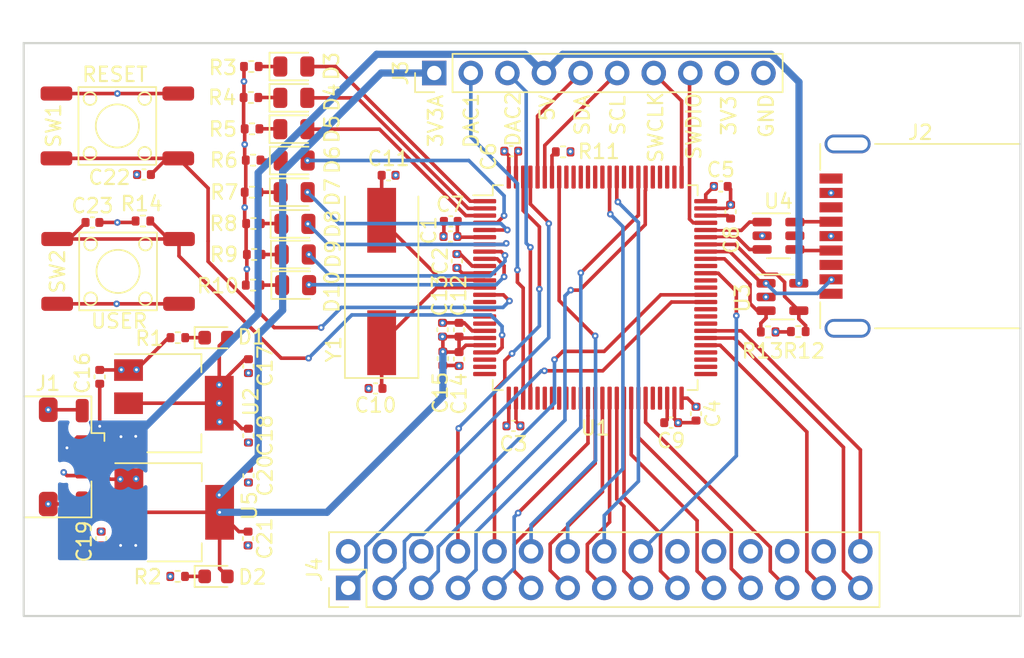
<source format=kicad_pcb>
(kicad_pcb (version 20211014) (generator pcbnew)
  (layers (0 "F.Cu" signal) (1 "In1.Cu" signal) (2 "In2.Cu" mixed) (31 "B.Cu" power) (34 "B.Paste" user) (35 "F.Paste" user) (36 "B.SilkS" user "B.Silkscreen") (37 "F.SilkS" user "F.Silkscreen") (38 "B.Mask" user) (39 "F.Mask" user) (44 "Edge.Cuts" user))
  (net 0 "")
  (net 1 "GND")
  (net 2 "+3V3")
  (net 3 "OSC_IN")
  (net 4 "OSC_OUT")
  (net 5 "+3.3VA")
  (net 6 "+5V")
  (net 7 "NRST")
  (net 8 "BUTTON_USER")
  (net 9 "VCAP2")
  (net 10 "VCAP1")
  (net 11 "Net-(D1-Pad1)")
  (net 12 "Net-(D2-Pad1)")
  (net 13 "Net-(D3-Pad1)")
  (net 14 "LED0")
  (net 15 "Net-(D4-Pad1)")
  (net 16 "LED1")
  (net 17 "Net-(D5-Pad1)")
  (net 18 "LED2")
  (net 19 "Net-(D6-Pad1)")
  (net 20 "LED3")
  (net 21 "Net-(D7-Pad1)")
  (net 22 "LED4")
  (net 23 "Net-(D8-Pad1)")
  (net 24 "LED5")
  (net 25 "Net-(D9-Pad1)")
  (net 26 "LED6")
  (net 27 "Net-(D10-Pad1)")
  (net 28 "LED7")
  (net 32 "USB_FS_VBUS")
  (net 37 "DAC_1")
  (net 38 "DAC_2")
  (net 39 "I2C_SDA")
  (net 40 "I2C_SCL")
  (net 41 "SWCLK")
  (net 42 "SWDIO")
  (net 44 "FMC_DA0")
  (net 45 "FMC_DA1")
  (net 46 "FMC_DA2")
  (net 47 "FMC_NBL0")
  (net 48 "FMC_DA3")
  (net 49 "FMC_NBL1")
  (net 50 "FMC_NE2")
  (net 51 "FMC_DA4")
  (net 52 "FMC_NE1")
  (net 53 "FMC_NOE")
  (net 54 "FMC_NWE")
  (net 55 "FMC_DA5")
  (net 56 "USB_FS_PWR_EN")
  (net 57 "USB_FS_OVCR")
  (net 58 "FMC_NL")
  (net 59 "FMC_DA6")
  (net 60 "FMC_DA7")
  (net 61 "FMC_DA8")
  (net 62 "FMC_DA15")
  (net 63 "FMC_DA9")
  (net 64 "FMC_DA14")
  (net 65 "FMC_DA10")
  (net 67 "FMC_DA13")
  (net 68 "FMC_DA11")
  (net 69 "FMC_DA12")
  (net 70 "Net-(R11-Pad1)")
  (net 91 "FMC_A16")
  (net 92 "FMC_A17")
  (net 96 "FMC_A18")
  (net 104 "USB_FS_N")
  (net 105 "USB_FS_P")
  (net 110 "Net-(J2-Pad2)")
  (net 111 "Net-(J2-Pad3)")
  (footprint "Capacitor_SMD:C_0402_1005Metric" (layer "F.Cu") (at 125.425 86.525)
    (fp_text reference "C6")
    (fp_text value "100n")
  )
  (footprint "Capacitor_SMD:C_0402_1005Metric" (layer "F.Cu") (at 121.8 98.925 90)
    (fp_text reference "C12")
    (fp_text value "10n")
  )
  (footprint "Capacitor_SMD:C_0402_1005Metric" (layer "F.Cu") (at 121.2 92.45 180)
    (fp_text reference "C1")
    (fp_text value "100n")
  )
  (footprint "Resistor_SMD:R_0402_1005Metric" (layer "F.Cu") (at 107.5 87.15 180)
    (fp_text reference "R6")
    (fp_text value "49.9")
  )
  (footprint "Package_QFP:LQFP-100_14x14mm_P0.5mm" (layer "F.Cu") (at 131.25 96)
    (fp_text reference "U1")
    (fp_text value "STM32H750VBTx")
  )
  (footprint "Package_TO_SOT_SMD:SOT-23-5" (layer "F.Cu") (at 144.25 96.65)
    (fp_text reference "U3")
    (fp_text value "STMPS2141STR")
  )
  (footprint "" (layer "F.Cu") (at 156.5 81.9)
    (fp_text reference "")
    (fp_text value "")
  )
  (footprint "Capacitor_SMD:C_0402_1005Metric" (layer "F.Cu") (at 138.25 104.75 -90)
    (fp_text reference "C4")
    (fp_text value "100n")
  )
  (footprint "Capacitor_SMD:C_0402_1005Metric" (layer "F.Cu") (at 116.905 88.2)
    (fp_text reference "C11")
    (fp_text value "10p")
  )
  (footprint "sparkboxBreakout:USB-A-SMD_U231-091N-4BLRA00-S-1" (layer "F.Cu") (at 148.775 92.425 90)
    (fp_text reference "J2")
    (fp_text value "USB3_A")
  )
  (footprint "Capacitor_SMD:C_0402_1005Metric" (layer "F.Cu") (at 116 103 180)
    (fp_text reference "C10")
    (fp_text value "10p")
  )
  (footprint "Connector_PinHeader_2.54mm:PinHeader_2x15_P2.54mm_Vertical" (layer "F.Cu") (at 114.1 116.85 90)
    (fp_text reference "J4")
    (fp_text value "FPGA Connector")
  )
  (footprint "sparkboxBreakout:USB_Micro_Receptacle_ShouHanMicroQTJ" (layer "F.Cu") (at 93.275 107.75 -90)
    (fp_text reference "J1")
    (fp_text value "USB_B_Micro_Receptacle")
  )
  (footprint "LED_SMD:LED_0805_2012Metric" (layer "F.Cu") (at 110.325 80.65)
    (fp_text reference "D3")
    (fp_text value "LED_YELLOW")
  )
  (footprint "LED_SMD:LED_0805_2012Metric" (layer "F.Cu") (at 110.35 89.375)
    (fp_text reference "D7")
    (fp_text value "LED_YELLOW")
  )
  (footprint "Resistor_SMD:R_0402_1005Metric" (layer "F.Cu") (at 107.5 95.825 180)
    (fp_text reference "R10")
    (fp_text value "49.9")
  )
  (footprint "Resistor_SMD:R_0402_1005Metric" (layer "F.Cu") (at 107.425 84.975 180)
    (fp_text reference "R5")
    (fp_text value "49.9")
  )
  (footprint "Capacitor_SMD:C_0402_1005Metric" (layer "F.Cu") (at 107.15 113.42 -90)
    (fp_text reference "C21")
    (fp_text value "100n")
  )
  (footprint "LED_SMD:LED_0805_2012Metric" (layer "F.Cu") (at 110.425 93.7)
    (fp_text reference "D9")
    (fp_text value "LED_YELLOW")
  )
  (footprint "LED_SMD:LED_0805_2012Metric" (layer "F.Cu") (at 110.35 87.175)
    (fp_text reference "D6")
    (fp_text value "LED_YELLOW")
  )
  (footprint "sparkboxBreakout:KEY-SMD_4P-L6.0-W6.0-P4.50-LS9.5-BL" (layer "F.Cu") (at 98.125 94.875 90)
    (fp_text reference "SW2")
    (fp_text value "K2-1102SP-C4SC-04")
  )
  (footprint "LED_SMD:LED_0603_1608Metric" (layer "F.Cu") (at 104.925 99.475)
    (fp_text reference "D1")
    (fp_text value "LED_RED")
  )
  (footprint "Resistor_SMD:R_0402_1005Metric" (layer "F.Cu") (at 102.26 116.05 180)
    (fp_text reference "R2")
    (fp_text value "100")
  )
  (footprint "Package_TO_SOT_SMD:SOT-223-3_TabPin2" (layer "F.Cu") (at 102 104.025)
    (fp_text reference "U2")
    (fp_text value "LMS8117A-3.3")
  )
  (footprint "Crystal:Crystal_SMD_HC49-SD" (layer "F.Cu") (at 116.425 95.575 90)
    (fp_text reference "Y1")
    (fp_text value "X49SM8MSD2SC")
  )
  (footprint "Capacitor_SMD:C_0402_1005Metric" (layer "F.Cu") (at 107.175 109.05 -90)
    (fp_text reference "C20")
    (fp_text value "10u")
  )
  (footprint "LED_SMD:LED_0805_2012Metric" (layer "F.Cu") (at 110.325 82.825)
    (fp_text reference "D4")
    (fp_text value "LED_YELLOW")
  )
  (footprint "Resistor_SMD:R_0402_1005Metric" (layer "F.Cu") (at 129.025 86.575)
    (fp_text reference "R11")
    (fp_text value "10k")
  )
  (footprint "LED_SMD:LED_0805_2012Metric" (layer "F.Cu") (at 110.45 95.825)
    (fp_text reference "D10")
    (fp_text value "LED_YELLOW")
  )
  (footprint "Capacitor_SMD:C_0402_1005Metric" (layer "F.Cu") (at 121.8 100.955 -90)
    (fp_text reference "C14")
    (fp_text value "10n")
  )
  (footprint "Resistor_SMD:R_0402_1005Metric" (layer "F.Cu") (at 102.275 99.475 180)
    (fp_text reference "R1")
    (fp_text value "100")
  )
  (footprint "Capacitor_SMD:C_0402_1005Metric" (layer "F.Cu") (at 121.225 91.4 180)
    (fp_text reference "C7")
    (fp_text value "4.7u")
  )
  (footprint "Resistor_SMD:R_0402_1005Metric" (layer "F.Cu") (at 143.26 99.075 180)
    (fp_text reference "R13")
    (fp_text value "47k")
  )
  (footprint "LED_SMD:LED_0805_2012Metric" (layer "F.Cu") (at 110.4 91.575)
    (fp_text reference "D8")
    (fp_text value "LED_YELLOW")
  )
  (footprint "Resistor_SMD:R_0402_1005Metric" (layer "F.Cu") (at 107.575 93.7 180)
    (fp_text reference "R9")
    (fp_text value "49.9")
  )
  (footprint "Resistor_SMD:R_0402_1005Metric" (layer "F.Cu") (at 107.525 91.55 180)
    (fp_text reference "R8")
    (fp_text value "49.9")
  )
  (footprint "" (layer "F.Cu") (at 156.375 114.6)
    (fp_text reference "")
    (fp_text value "")
  )
  (footprint "Capacitor_SMD:C_0402_1005Metric" (layer "F.Cu") (at 107.175 101.45 -90)
    (fp_text reference "C17")
    (fp_text value "10u")
  )
  (footprint "LED_SMD:LED_0805_2012Metric" (layer "F.Cu") (at 110.325 85)
    (fp_text reference "D5")
    (fp_text value "LED_YELLOW")
  )
  (footprint "Capacitor_SMD:C_0402_1005Metric" (layer "F.Cu") (at 99.925 88.15 180)
    (fp_text reference "C22")
    (fp_text value "100n")
  )
  (footprint "Package_TO_SOT_SMD:SOT-23-6" (layer "F.Cu") (at 143.975 92.4)
    (fp_text reference "U4")
    (fp_text value "USBLC6-2SC6")
  )
  (footprint "Capacitor_SMD:C_0402_1005Metric" (layer "F.Cu") (at 96.85 102.195 90)
    (fp_text reference "C16")
    (fp_text value "10u")
  )
  (footprint "Capacitor_SMD:C_0402_1005Metric" (layer "F.Cu") (at 96.95 113.42 90)
    (fp_text reference "C19")
    (fp_text value "10u")
  )
  (footprint "Capacitor_SMD:C_0402_1005Metric" (layer "F.Cu") (at 96.345 91.475)
    (fp_text reference "C23")
    (fp_text value "100n")
  )
  (footprint "Resistor_SMD:R_0402_1005Metric" (layer "F.Cu") (at 107.425 89.375 180)
    (fp_text reference "R7")
    (fp_text value "49.9")
  )
  (footprint "Capacitor_SMD:C_0402_1005Metric" (layer "F.Cu") (at 120.65 98.925 90)
    (fp_text reference "C13")
    (fp_text value "1u")
  )
  (footprint "sparkboxBreakout:KEY-SMD_4P-L6.0-W6.0-P4.50-LS9.5-BL" (layer "F.Cu") (at 98.075 84.775 90)
    (fp_text reference "SW1")
    (fp_text value "K2-1102SP-C4SC-04")
  )
  (footprint "Package_TO_SOT_SMD:SOT-223-3_TabPin2" (layer "F.Cu") (at 102.025 111.6)
    (fp_text reference "U5")
    (fp_text value "LMS8117A-3.3")
  )
  (footprint "Capacitor_SMD:C_0402_1005Metric" (layer "F.Cu") (at 107.175 106.275 -90)
    (fp_text reference "C18")
    (fp_text value "100n")
  )
  (footprint "Capacitor_SMD:C_0402_1005Metric" (layer "F.Cu") (at 136.525 105.375)
    (fp_text reference "C9")
    (fp_text value "2.2u")
  )
  (footprint "Capacitor_SMD:C_0402_1005Metric" (layer "F.Cu") (at 120.675 100.925 -90)
    (fp_text reference "C15")
    (fp_text value "1u")
  )
  (footprint "Capacitor_SMD:C_0402_1005Metric" (layer "F.Cu") (at 139.97 88.975)
    (fp_text reference "C5")
    (fp_text value "100n")
  )
  (footprint "" (layer "F.Cu") (at 111.65 105.775)
    (fp_text reference "")
    (fp_text value "")
  )
  (footprint "Connector_PinHeader_2.54mm:PinHeader_1x10_P2.54mm_Vertical" (layer "F.Cu") (at 120.075 81.1 90)
    (fp_text reference "J3")
    (fp_text value "TestPoints")
  )
  (footprint "LED_SMD:LED_0603_1608Metric" (layer "F.Cu") (at 104.925 116.05)
    (fp_text reference "D2")
    (fp_text value "LED_RED")
  )
  (footprint "Capacitor_SMD:C_0402_1005Metric" (layer "F.Cu") (at 125.575 105.6 180)
    (fp_text reference "C3")
    (fp_text value "100n")
  )
  (footprint "Capacitor_SMD:C_0402_1005Metric" (layer "F.Cu") (at 140.65 90.725 90)
    (fp_text reference "C8")
    (fp_text value "2.2u")
  )
  (footprint "Resistor_SMD:R_0402_1005Metric" (layer "F.Cu") (at 145.35 99.05)
    (fp_text reference "R12")
    (fp_text value "47k")
  )
  (footprint "Resistor_SMD:R_0402_1005Metric" (layer "F.Cu") (at 107.375 80.65 180)
    (fp_text reference "R3")
    (fp_text value "49.9")
  )
  (footprint "Resistor_SMD:R_0402_1005Metric" (layer "F.Cu") (at 107.35 82.8 180)
    (fp_text reference "R4")
    (fp_text value "49.9")
  )
  (footprint "Capacitor_SMD:C_0402_1005Metric" (layer "F.Cu") (at 121.65 94.15 90)
    (fp_text reference "C2")
    (fp_text value "100n")
  )
  (footprint "Resistor_SMD:R_0402_1005Metric" (layer "F.Cu") (at 99.85 91.375 180)
    (fp_text reference "R14")
    (fp_text value "10k")
  )
  (gr_rect (start 91.575 79.025) (end 160.775 118.8) (layer "Edge.Cuts") (width 0.15) (fill none))
  (gr_text "GND" (at 143.125 84.075 90) (layer "F.SilkS") (effects (font (size 1 1))))
  (gr_text "SCL" (at 132.825 84.05 90) (layer "F.SilkS") (effects (font (size 1 1))))
  (gr_text "SDA" (at 130.35 84.025 90) (layer "F.SilkS") (effects (font (size 1 1))))
  (gr_text "5V" (at 127.925 83.525 90) (layer "F.SilkS") (effects (font (size 1 1))))
  (gr_text "3V3" (at 140.525 84.05 90) (layer "F.SilkS") (effects (font (size 1 1))))
  (gr_text "DAC2" (at 125.55 84.3 90) (layer "F.SilkS") (effects (font (size 1 1))))
  (gr_text "SWCLK" (at 135.45 84.875 90) (layer "F.SilkS") (effects (font (size 1 1))))
  (gr_text "DAC1" (at 122.65 84.4 90) (layer "F.SilkS") (effects (font (size 1 1))))
  (gr_text "USER" (at 98.2 98.325) (layer "F.SilkS") (effects (font (size 1 1))))
  (gr_text "3V3A" (at 120.175 84.425 90) (layer "F.SilkS") (effects (font (size 1 1))))
  (gr_text "RESET" (at 97.9 81.2) (layer "F.SilkS") (effects (font (size 1 1))))
  (gr_text "SWDIO" (at 138.1 84.8 90) (layer "F.SilkS") (effects (font (size 1 1))))
  (segment (start 106.865 82.775) (end 106.84 82.8) (width 0.25) (layer "F.Cu") (net 1))
  (segment (start 125.25 105.445) (end 125.095 105.6) (width 0.25) (layer "F.Cu") (net 1))
  (segment (start 120.655 98.445) (end 120.65 98.45) (width 0.25) (layer "F.Cu") (net 1))
  (segment (start 101.765 99.475) (end 101.625 99.475) (width 0.25) (layer "F.Cu") (net 1))
  (segment (start 121.879994 93.67) (end 121.65 93.67) (width 0.25) (layer "F.Cu") (net 1))
  (segment (start 120.745 92.425) (end 120.72 92.45) (width 0.25) (layer "F.Cu") (net 1))
  (segment (start 122.709994 94.5) (end 121.879994 93.67) (width 0.25) (layer "F.Cu") (net 1))
  (segment (start 121.77 101.405) (end 121.8 101.435) (width 0.25) (layer "F.Cu") (net 1))
  (segment (start 140.395 90.5) (end 140.65 90.245) (width 0.25) (layer "F.Cu") (net 1))
  (segment (start 97.3 109.05) (end 97.55 109.3) (width 0.25) (layer "F.Cu") (net 1))
  (segment (start 122.154994 98.445) (end 121.8 98.445) (width 0.25) (layer "F.Cu") (net 1))
  (segment (start 140.65 90.245) (end 140.65 89.175) (width 0.25) (layer "F.Cu") (net 1))
  (segment (start 106.84 84.9) (end 106.915 84.975) (width 0.25) (layer "F.Cu") (net 1))
  (segment (start 106.99 87.15) (end 106.99 89.3) (width 0.25) (layer "F.Cu") (net 1))
  (segment (start 136.75 103.675) (end 136.75 105.12) (width 0.25) (layer "F.Cu") (net 1))
  (segment (start 106.915 87.075) (end 106.99 87.15) (width 0.25) (layer "F.Cu") (net 1))
  (segment (start 98.335 101.715) (end 98.35 101.7) (width 0.25) (layer "F.Cu") (net 1))
  (segment (start 125.75 88.325) (end 125.75 86.68) (width 0.25) (layer "F.Cu") (net 1))
  (segment (start 123.575 94.5) (end 122.709994 94.5) (width 0.25) (layer "F.Cu") (net 1))
  (segment (start 98.075 82.525) (end 102.305 82.525) (width 0.25) (layer "F.Cu") (net 1))
  (segment (start 97.3 109.05) (end 96.11 109.05) (width 0.25) (layer "F.Cu") (net 1))
  (segment (start 106.915 89.375) (end 106.915 90.435) (width 0.25) (layer "F.Cu") (net 1))
  (segment (start 120.675 101.405) (end 121.77 101.405) (width 0.25) (layer "F.Cu") (net 1))
  (segment (start 122.709994 99) (end 122.154994 98.445) (width 0.25) (layer "F.Cu") (net 1))
  (segment (start 107.015 93.65) (end 107.065 93.7) (width 0.25) (layer "F.Cu") (net 1))
  (segment (start 93.845 82.525) (end 98.075 82.525) (width 0.25) (layer "F.Cu") (net 1))
  (segment (start 106.865 81.685) (end 106.865 82.775) (width 0.25) (layer "F.Cu") (net 1))
  (segment (start 140.65 89.175) (end 140.45 88.975) (width 0.25) (layer "F.Cu") (net 1))
  (segment (start 136.75 105.12) (end 137.005 105.375) (width 0.25) (layer "F.Cu") (net 1))
  (segment (start 138.105 105.375) (end 138.25 105.23) (width 0.25) (layer "F.Cu") (net 1))
  (segment (start 93.275 111.02) (end 95.575 111.02) (width 0.25) (layer "F.Cu") (net 1))
  (segment (start 107.065 95.75) (end 106.99 95.825) (width 0.25) (layer "F.Cu") (net 1))
  (segment (start 137.005 105.375) (end 138.105 105.375) (width 0.25) (layer "F.Cu") (net 1))
  (segment (start 94.35 108.825) (end 94.575 109.05) (width 0.25) (layer "F.Cu") (net 1))
  (segment (start 98.275 109.3) (end 98.875 109.3) (width 0.25) (layer "F.Cu") (net 1))
  (segment (start 93.275 104.48) (end 95.575 104.48) (width 0.25) (layer "F.Cu") (net 1))
  (segment (start 107.065 93.7) (end 107.065 94.71) (width 0.25) (layer "F.Cu") (net 1))
  (segment (start 107.015 91.55) (end 107.015 93.65) (width 0.25) (layer "F.Cu") (net 1))
  (segment (start 106.865 80.65) (end 106.865 81.685) (width 0.25) (layer "F.Cu") (net 1))
  (segment (start 101.625 99.475) (end 99.4 101.7) (width 0.25) (layer "F.Cu") (net 1))
  (segment (start 125.75 86.68) (end 125.905 86.525) (width 0.25) (layer "F.Cu") (net 1))
  (segment (start 96.825 91.475) (end 98.075 91.475) (width 0.25) (layer "F.Cu") (net 1))
  (segment (start 95.575 104.48) (end 95.635 104.54) (width 0.25) (layer "F.Cu") (net 1))
  (segment (start 106.915 91.45) (end 107.015 91.55) (width 0.25) (layer "F.Cu") (net 1))
  (segment (start 121.8 98.445) (end 120.655 98.445) (width 0.25) (layer "F.Cu") (net 1))
  (segment (start 106.915 84.975) (end 106.915 86.06) (width 0.25) (layer "F.Cu") (net 1))
  (segment (start 106.915 86.06) (end 106.915 87.075) (width 0.25) (layer "F.Cu") (net 1))
  (segment (start 99.24 91.475) (end 99.34 91.375) (width 0.25) (layer "F.Cu") (net 1))
  (segment (start 125.25 103.675) (end 125.25 105.445) (width 0.25) (layer "F.Cu") (net 1))
  (segment (start 138.925 90.5) (end 140.395 90.5) (width 0.25) (layer "F.Cu") (net 1))
  (segment (start 120.745 91.4) (end 120.745 92.425) (width 0.25) (layer "F.Cu") (net 1))
  (segment (start 106.915 90.435) (end 106.915 91.45) (width 0.25) (layer "F.Cu") (net 1))
  (segment (start 96.85 101.715) (end 98.335 101.715) (width 0.25) (layer "F.Cu") (net 1))
  (segment (start 98.075 91.475) (end 99.24 91.475) (width 0.25) (layer "F.Cu") (net 1))
  (segment (start 95.575 111.02) (end 95.635 110.96) (width 0.25) (layer "F.Cu") (net 1))
  (segment (start 106.84 82.8) (end 106.84 84.9) (width 0.25) (layer "F.Cu") (net 1))
  (segment (start 107.065 94.71) (end 107.065 95.75) (width 0.25) (layer "F.Cu") (net 1))
  (segment (start 97.55 109.3) (end 98.275 109.3) (width 0.25) (layer "F.Cu") (net 1))
  (segment (start 106.99 89.3) (end 106.915 89.375) (width 0.25) (layer "F.Cu") (net 1))
  (segment (start 94.575 109.05) (end 96.11 109.05) (width 0.25) (layer "F.Cu") (net 1))
  (segment (start 123.575 99) (end 122.709994 99) (width 0.25) (layer "F.Cu") (net 1))
  (via (at 143.1 96.65) (size 0.46) (drill 0.2) (layers "F.Cu" "B.Cu") (net 1))
  (via (at 125.095 105.6) (size 0.46) (drill 0.2) (layers "F.Cu" "B.Cu") (net 1))
  (via (at 115.525 103) (size 0.46) (drill 0.2) (layers "F.Cu" "B.Cu") (net 1))
  (via (at 142.85 92.4) (size 0.46) (drill 0.2) (layers "F.Cu" "B.Cu") (net 1))
  (via (at 120.65 98.45) (size 0.46) (drill 0.2) (layers "F.Cu" "B.Cu") (net 1))
  (via (at 125.905 86.525) (size 0.46) (drill 0.2) (layers "F.Cu" "B.Cu") (net 1))
  (via (at 117.4 88.2) (size 0.46) (drill 0.2) (layers "F.Cu" "B.Cu") (net 1))
  (via (at 98.075 91.475) (size 0.46) (drill 0.2) (layers "F.Cu" "B.Cu") (net 1))
  (via (at 93.275 104.48) (size 0.46) (drill 0.2) (layers "F.Cu" "B.Cu") (net 1))
  (via (at 129.525 86.55) (size 0.46) (drill 0.2) (layers "F.Cu" "B.Cu") (net 1))
  (via (at 99.375 109.275) (size 0.46) (drill 0.2) (layers "F.Cu" "B.Cu") (net 1))
  (via (at 121.8 101.435) (size 0.46) (drill 0.2) (layers "F.Cu" "B.Cu") (net 1))
  (via (at 147.625 89.425) (size 0.46) (drill 0.2) (layers "F.Cu" "B.Cu") (net 1))
  (via (at 106.915 86.06) (size 0.46) (drill 0.2) (layers "F.Cu" "B.Cu") (net 1))
  (via (at 107.15 113.9) (size 0.46) (drill 0.2) (layers "F.Cu" "B.Cu") (net 1))
  (via (at 93.275 111.02) (size 0.46) (drill 0.2) (layers "F.Cu" "B.Cu") (net 1))
  (via (at 106.865 81.685) (size 0.46) (drill 0.2) (layers "F.Cu" "B.Cu") (net 1))
  (via (at 107.175 101.925) (size 0.46) (drill 0.2) (layers "F.Cu" "B.Cu") (net 1))
  (via (at 94.35 108.825) (size 0.46) (drill 0.2) (layers "F.Cu" "B.Cu") (net 1))
  (via (at 140.65 90.245) (size 0.46) (drill 0.2) (layers "F.Cu" "B.Cu") (net 1))
  (via (at 98.35 101.7) (size 0.46) (drill 0.2) (layers "F.Cu" "B.Cu") (net 1))
  (via (at 107.065 94.71) (size 0.46) (drill 0.2) (layers "F.Cu" "B.Cu") (net 1))
  (via (at 137.005 105.375) (size 0.46) (drill 0.2) (layers "F.Cu" "B.Cu") (net 1))
  (via (at 147.625 92.425) (size 0.46) (drill 0.2) (layers "F.Cu" "B.Cu") (net 1))
  (via (at 98.275 109.3) (size 0.46) (drill 0.2) (layers "F.Cu" "B.Cu") (net 1))
  (via (at 121.65 93.67) (size 0.46) (drill 0.2) (layers "F.Cu" "B.Cu") (net 1))
  (via (at 98.075 82.525) (size 0.46) (drill 0.2) (layers "F.Cu" "B.Cu") (net 1))
  (via (at 120.72 92.45) (size 0.46) (drill 0.2) (layers "F.Cu" "B.Cu") (net 1))
  (via (at 99.425 88.15) (size 0.46) (drill 0.2) (layers "F.Cu" "B.Cu") (net 1))
  (via (at 106.915 90.435) (size 0.46) (drill 0.2) (layers "F.Cu" "B.Cu") (net 1))
  (via (at 101.75 116.05) (size 0.46) (drill 0.2) (layers "F.Cu" "B.Cu") (net 1))
  (via (at 107.175 109.525) (size 0.46) (drill 0.2) (layers "F.Cu" "B.Cu") (net 1))
  (via (at 96.95 112.925) (size 0.46) (drill 0.2) (layers "F.Cu" "B.Cu") (net 1))
  (via (at 99.4 101.7) (size 0.46) (drill 0.2) (layers "F.Cu" "B.Cu") (net 1))
  (via (at 107.175 106.75) (size 0.46) (drill 0.2) (layers "F.Cu" "B.Cu") (net 1))
  (segment (start 121.68 91.425) (end 121.705 91.4) (width 0.25) (layer "F.Cu") (net 2))
  (segment (start 107.175 105.795) (end 106.72 105.795) (width 0.25) (layer "F.Cu") (net 2))
  (segment (start 125.25 86.83) (end 124.945 86.525) (width 0.25) (layer "F.Cu") (net 2))
  (segment (start 98.85 104.025) (end 105.15 104.025) (width 0.25) (layer "F.Cu") (net 2))
  (segment (start 123.575 95) (end 122.02 95) (width 0.25) (layer "F.Cu") (net 2))
  (segment (start 121.73 92.5) (end 121.68 92.45) (width 0.25) (layer "F.Cu") (net 2))
  (segment (start 125.75 103.675) (end 125.75 105.295) (width 0.25) (layer "F.Cu") (net 2))
  (segment (start 125.25 88.325) (end 125.25 86.83) (width 0.25) (layer "F.Cu") (net 2))
  (segment (start 105.15 102.75) (end 106.93 100.97) (width 0.25) (layer "F.Cu") (net 2))
  (segment (start 106.25 105.325) (end 105.175 105.325) (width 0.25) (layer "F.Cu") (net 2))
  (segment (start 121.68 92.45) (end 121.68 91.425) (width 0.25) (layer "F.Cu") (net 2))
  (segment (start 105.15 100.0375) (end 105.15 104.025) (width 0.25) (layer "F.Cu") (net 2))
  (segment (start 138.925 90) (end 138.925 89.54) (width 0.25) (layer "F.Cu") (net 2))
  (segment (start 93.895 97.125) (end 98.025 97.125) (width 0.25) (layer "F.Cu") (net 2))
  (segment (start 106.72 105.795) (end 106.25 105.325) (width 0.25) (layer "F.Cu") (net 2))
  (segment (start 122.02 95) (end 121.65 94.63) (width 0.25) (layer "F.Cu") (net 2))
  (segment (start 144.815 99.075) (end 144.84 99.05) (width 0.25) (layer "F.Cu") (net 2))
  (segment (start 125.75 105.295) (end 126.055 105.6) (width 0.25) (layer "F.Cu") (net 2))
  (segment (start 143.775 99.075) (end 144.815 99.075) (width 0.25) (layer "F.Cu") (net 2))
  (segment (start 106.93 100.97) (end 107.175 100.97) (width 0.25) (layer "F.Cu") (net 2))
  (segment (start 137.25 103.675) (end 137.655 103.675) (width 0.25) (layer "F.Cu") (net 2))
  (segment (start 138.925 89.54) (end 139.49 88.975) (width 0.25) (layer "F.Cu") (net 2))
  (segment (start 123.575 92.5) (end 121.73 92.5) (width 0.25) (layer "F.Cu") (net 2))
  (segment (start 105.7125 99.475) (end 105.15 100.0375) (width 0.25) (layer "F.Cu") (net 2))
  (segment (start 98.025 97.125) (end 102.355 97.125) (width 0.25) (layer "F.Cu") (net 2))
  (segment (start 137.655 103.675) (end 138.25 104.27) (width 0.25) (layer "F.Cu") (net 2))
  (via (at 124.945 86.525) (size 0.46) (drill 0.2) (layers "F.Cu" "B.Cu") (net 2))
  (via (at 139.49 88.975) (size 0.46) (drill 0.2) (layers "F.Cu" "B.Cu") (net 2))
  (via (at 126.055 105.6) (size 0.46) (drill 0.2) (layers "F.Cu" "B.Cu") (net 2))
  (via (at 98.025 97.125) (size 0.46) (drill 0.2) (layers "F.Cu" "B.Cu") (net 2))
  (via (at 121.65 94.63) (size 0.46) (drill 0.2) (layers "F.Cu" "B.Cu") (net 2))
  (via (at 105.15 104.025) (size 0.46) (drill 0.2) (layers "F.Cu" "B.Cu") (net 2))
  (via (at 121.68 92.45) (size 0.46) (drill 0.2) (layers "F.Cu" "B.Cu") (net 2))
  (via (at 143.775 99.075) (size 0.46) (drill 0.2) (layers "F.Cu" "B.Cu") (net 2))
  (via (at 105.15 102.75) (size 0.46) (drill 0.2) (layers "F.Cu" "B.Cu") (net 2))
  (via (at 105.175 105.325) (size 0.46) (drill 0.2) (layers "F.Cu" "B.Cu") (net 2))
  (via (at 138.25 104.27) (size 0.46) (drill 0.2) (layers "F.Cu" "B.Cu") (net 2))
  (segment (start 116.425 91.325) (end 116.425 88.2) (width 0.25) (layer "F.Cu") (net 3))
  (segment (start 123.54952 95.47452) (end 120.57452 95.47452) (width 0.25) (layer "F.Cu") (net 3))
  (segment (start 123.575 95.5) (end 123.54952 95.47452) (width 0.25) (layer "F.Cu") (net 3))
  (segment (start 120.57452 95.47452) (end 116.425 91.325) (width 0.25) (layer "F.Cu") (net 3))
  (segment (start 116.425 99.825) (end 116.425 102.945) (width 0.25) (layer "F.Cu") (net 4))
  (segment (start 116.425 102.945) (end 116.48 103) (width 0.25) (layer "F.Cu") (net 4))
  (segment (start 123.575 96) (end 120.25 96) (width 0.25) (layer "F.Cu") (net 4))
  (segment (start 120.25 96) (end 116.425 99.825) (width 0.25) (layer "F.Cu") (net 4))
  (segment (start 121.8 100.475) (end 120.705 100.475) (width 0.25) (layer "F.Cu") (net 5))
  (segment (start 120.675 99.43) (end 120.65 99.405) (width 0.25) (layer "F.Cu") (net 5))
  (segment (start 106.98 108.57) (end 107.175 108.57) (width 0.25) (layer "F.Cu") (net 5))
  (segment (start 105.7125 116.05) (end 105.175 115.5125) (width 0.25) (layer "F.Cu") (net 5))
  (segment (start 107.15 112.94) (end 106.515 112.94) (width 0.25) (layer "F.Cu") (net 5))
  (segment (start 105.175 115.5125) (end 105.175 111.6) (width 0.25) (layer "F.Cu") (net 5))
  (segment (start 121.8 99.405) (end 121.8 100.475) (width 0.25) (layer "F.Cu") (net 5))
  (segment (start 121.8 99.405) (end 121.895 99.5) (width 0.25) (layer "F.Cu") (net 5))
  (segment (start 120.705 100.475) (end 120.675 100.445) (width 0.25) (layer "F.Cu") (net 5))
  (segment (start 120.65 99.405) (end 121.8 99.405) (width 0.25) (layer "F.Cu") (net 5))
  (segment (start 98.875 111.6) (end 105.175 111.6) (width 0.25) (layer "F.Cu") (net 5))
  (segment (start 122.275 100) (end 121.8 100.475) (width 0.25) (layer "F.Cu") (net 5))
  (segment (start 123.575 100) (end 122.275 100) (width 0.25) (layer "F.Cu") (net 5))
  (segment (start 121.895 99.5) (end 123.575 99.5) (width 0.25) (layer "F.Cu") (net 5))
  (segment (start 105.15 110.4) (end 106.98 108.57) (width 0.25) (layer "F.Cu") (net 5))
  (segment (start 120.675 100.445) (end 120.675 99.43) (width 0.25) (layer "F.Cu") (net 5))
  (segment (start 106.515 112.94) (end 105.175 111.6) (width 0.25) (layer "F.Cu") (net 5))
  (via (at 120.675 100.445) (size 0.46) (drill 0.2) (layers "F.Cu" "B.Cu") (net 5))
  (via (at 105.15 110.4) (size 0.46) (drill 0.2) (layers "F.Cu" "B.Cu") (net 5))
  (via (at 120.65 99.405) (size 0.46) (drill 0.2) (layers "F.Cu" "B.Cu") (net 5))
  (via (at 105.175 111.6) (size 0.46) (drill 0.2) (layers "F.Cu" "B.Cu") (net 5))
  (segment (start 120.675 103.55) (end 120.675 100.445) (width 0.5) (layer "B.Cu") (net 5))
  (segment (start 120.62 99.405) (end 120.65 99.405) (width 0.5) (layer "B.Cu") (net 5))
  (segment (start 109.55 87.939025) (end 116.389025 81.1) (width 0.5) (layer "B.Cu") (net 5))
  (segment (start 112.625 111.6) (end 120.675 103.55) (width 0.5) (layer "B.Cu") (net 5))
  (segment (start 105.175 111.6) (end 112.625 111.6) (width 0.5) (layer "B.Cu") (net 5))
  (segment (start 116.389025 81.1) (end 120.075 81.1) (width 0.5) (layer "B.Cu") (net 5))
  (segment (start 105.15 110.4) (end 107.854511 107.695489) (width 0.5) (layer "B.Cu") (net 5))
  (segment (start 107.854511 107.695489) (end 107.854511 99.270489) (width 0.5) (layer "B.Cu") (net 5))
  (segment (start 109.55 97.575) (end 109.55 87.939025) (width 0.5) (layer "B.Cu") (net 5))
  (segment (start 107.854511 99.270489) (end 109.55 97.575) (width 0.5) (layer "B.Cu") (net 5))
  (segment (start 98.325 106.35) (end 98.35 106.325) (width 0.25) (layer "F.Cu") (net 6))
  (segment (start 95.234639 106.45) (end 96.11 106.45) (width 0.25) (layer "F.Cu") (net 6))
  (segment (start 94.575 107.125) (end 94.575 107.109639) (width 0.25) (layer "F.Cu") (net 6))
  (segment (start 94.575 107.109639) (end 95.234639 106.45) (width 0.25) (layer "F.Cu") (net 6))
  (segment (start 98.225 106.45) (end 96.11 106.45) (width 0.25) (layer "F.Cu") (net 6))
  (segment (start 98.325 106.35) (end 98.225 106.45) (width 0.25) (layer "F.Cu") (net 6))
  (segment (start 96.95 113.9) (end 98.3 113.9) (width 0.25) (layer "F.Cu") (net 6))
  (segment (start 98.3 113.9) (end 98.875 113.9) (width 0.25) (layer "F.Cu") (net 6))
  (segment (start 96.85 105.625) (end 96.85 102.675) (width 0.25) (layer "F.Cu") (net 6))
  (segment (start 98.35 106.325) (end 98.85 106.325) (width 0.25) (layer "F.Cu") (net 6))
  (via (at 145.4 95.7) (size 0.46) (drill 0.2) (layers "F.Cu" "B.Cu") (net 6))
  (via (at 94.575 107.125) (size 0.46) (drill 0.2) (layers "F.Cu" "B.Cu") (net 6))
  (via (at 99.35 106.325) (size 0.46) (drill 0.2) (layers "F.Cu" "B.Cu") (net 6))
  (via (at 98.325 106.35) (size 0.46) (drill 0.2) (layers "F.Cu" "B.Cu") (net 6))
  (via (at 98.3 113.9) (size 0.46) (drill 0.2) (layers "F.Cu" "B.Cu") (net 6))
  (via (at 96.85 105.625) (size 0.46) (drill 0.2) (layers "F.Cu" "B.Cu") (net 6))
  (via (at 99.35 113.9) (size 0.46) (drill 0.2) (layers "F.Cu" "B.Cu") (net 6))
  (segment (start 107.85 97.825) (end 107.85 88.025) (width 0.5) (layer "B.Cu") (net 6))
  (segment (start 99.35 106.325) (end 107.85 97.825) (width 0.5) (layer "B.Cu") (net 6))
  (segment (start 145.4 81.727213) (end 143.473276 79.800489) (width 0.5) (layer "B.Cu") (net 6))
  (segment (start 107.85 88.025) (end 116.075 79.8) (width 0.5) (layer "B.Cu") (net 6))
  (segment (start 145.4 95.7) (end 145.4 81.727213) (width 0.5) (layer "B.Cu") (net 6))
  (segment (start 126.395 79.8) (end 127.695 81.1) (width 0.5) (layer "B.Cu") (net 6))
  (segment (start 143.473276 79.800489) (end 128.994511 79.800489) (width 0.5) (layer "B.Cu") (net 6))
  (segment (start 116.075 79.8) (end 126.395 79.8) (width 0.5) (layer "B.Cu") (net 6))
  (segment (start 128.994511 79.800489) (end 127.695 81.1) (width 0.5) (layer "B.Cu") (net 6))
  (segment (start 104.375 89.095) (end 104.375 92.775) (width 0.25) (layer "F.Cu") (net 7))
  (segment (start 104.375 94.179859) (end 108.970141 98.775) (width 0.25) (layer "F.Cu") (net 7))
  (segment (start 93.845 87.025) (end 102.305 87.025) (width 0.25) (layer "F.Cu") (net 7))
  (segment (start 124.875 96.5) (end 125.3 96.925) (width 0.25) (layer "F.Cu") (net 7))
  (segment (start 102.305 87.025) (end 104.375 89.095) (width 0.25) (layer "F.Cu") (net 7))
  (segment (start 100.405 88.145) (end 101.525 87.025) (width 0.25) (layer "F.Cu") (net 7))
  (segment (start 108.970141 98.775) (end 112.225 98.775) (width 0.25) (layer "F.Cu") (net 7))
  (segment (start 100.405 88.15) (end 100.405 88.145) (width 0.25) (layer "F.Cu") (net 7))
  (segment (start 101.525 87.025) (end 102.305 87.025) (width 0.25) (layer "F.Cu") (net 7))
  (segment (start 104.375 92.775) (end 104.375 94.179859) (width 0.25) (layer "F.Cu") (net 7))
  (segment (start 123.575 96.5) (end 124.875 96.5) (width 0.25) (layer "F.Cu") (net 7))
  (via (at 125.3 96.925) (size 0.46) (drill 0.2) (layers "F.Cu" "B.Cu") (net 7))
  (via (at 112.225 98.775) (size 0.46) (drill 0.2) (layers "F.Cu" "B.Cu") (net 7))
  (segment (start 124.85 97.375) (end 113.625 97.375) (width 0.25) (layer "B.Cu") (net 7))
  (segment (start 113.625 97.375) (end 112.225 98.775) (width 0.25) (layer "B.Cu") (net 7))
  (segment (start 125.3 96.925) (end 124.85 97.375) (width 0.25) (layer "B.Cu") (net 7))
  (segment (start 93.895 92.625) (end 102.355 92.625) (width 0.25) (layer "F.Cu") (net 8))
  (segment (start 100.375 91.375) (end 101.625 92.625) (width 0.25) (layer "F.Cu") (net 8))
  (segment (start 124.786362 99.290939) (end 124.786362 100.153644) (width 0.25) (layer "F.Cu") (net 8))
  (segment (start 102.355 93.805) (end 109.4 100.85) (width 0.25) (layer "F.Cu") (net 8))
  (segment (start 109.4 100.85) (end 109.45 100.9) (width 0.25) (layer "F.Cu") (net 8))
  (segment (start 94.725 92.625) (end 93.895 92.625) (width 0.25) (layer "F.Cu") (net 8))
  (segment (start 102.355 92.625) (end 102.355 93.805) (width 0.25) (layer "F.Cu") (net 8))
  (segment (start 95.865 91.475) (end 95.865 91.485) (width 0.25) (layer "F.Cu") (net 8))
  (segment (start 124.786362 100.153644) (end 124.440006 100.5) (width 0.25) (layer "F.Cu") (net 8))
  (segment (start 109.45 100.9) (end 111.35 100.9) (width 0.25) (layer "F.Cu") (net 8))
  (segment (start 95.865 91.485) (end 94.725 92.625) (width 0.25) (layer "F.Cu") (net 8))
  (segment (start 101.625 92.625) (end 102.355 92.625) (width 0.25) (layer "F.Cu") (net 8))
  (segment (start 124.440006 100.5) (end 123.575 100.5) (width 0.25) (layer "F.Cu") (net 8))
  (segment (start 100.36 91.375) (end 100.375 91.375) (width 0.25) (layer "F.Cu") (net 8))
  (via (at 124.786362 99.290939) (size 0.46) (drill 0.2) (layers "F.Cu" "B.Cu") (net 8))
  (via (at 111.35 100.9) (size 0.46) (drill 0.2) (layers "F.Cu" "B.Cu") (net 8))
  (segment (start 123.995489 97.895489) (end 114.354511 97.895489) (width 0.25) (layer "B.Cu") (net 8))
  (segment (start 114.354511 97.895489) (end 111.35 100.9) (width 0.25) (layer "B.Cu") (net 8))
  (segment (start 124.786362 98.686362) (end 123.995489 97.895489) (width 0.25) (layer "B.Cu") (net 8))
  (segment (start 124.786362 99.290939) (end 124.786362 98.686362) (width 0.25) (layer "B.Cu") (net 8))
  (segment (start 138.925 91) (end 140.445 91) (width 0.25) (layer "F.Cu") (net 9))
  (segment (start 140.445 91) (end 140.65 91.205) (width 0.25) (layer "F.Cu") (net 9))
  (segment (start 136.25 105.17) (end 136.045 105.375) (width 0.25) (layer "F.Cu") (net 10))
  (segment (start 136.25 103.675) (end 136.25 105.17) (width 0.25) (layer "F.Cu") (net 10))
  (segment (start 102.785 99.475) (end 104.1375 99.475) (width 0.25) (layer "F.Cu") (net 11))
  (segment (start 102.77 116.05) (end 104.1375 116.05) (width 0.25) (layer "F.Cu") (net 12))
  (segment (start 107.885 80.65) (end 109.3875 80.65) (width 0.25) (layer "F.Cu") (net 13))
  (segment (start 122.575 90) (end 113.225 80.65) (width 0.25) (layer "F.Cu") (net 14))
  (segment (start 113.225 80.65) (end 111.2625 80.65) (width 0.25) (layer "F.Cu") (net 14))
  (segment (start 123.575 90) (end 122.575 90) (width 0.25) (layer "F.Cu") (net 14))
  (segment (start 109.3625 82.8) (end 109.3875 82.825) (width 0.25) (layer "F.Cu") (net 15))
  (segment (start 107.86 82.8) (end 109.3625 82.8) (width 0.25) (layer "F.Cu") (net 15))
  (segment (start 111.2625 82.825) (end 114.75 82.825) (width 0.25) (layer "F.Cu") (net 16))
  (segment (start 122.425 90.5) (end 123.575 90.5) (width 0.25) (layer "F.Cu") (net 16))
  (segment (start 114.75 82.825) (end 122.425 90.5) (width 0.25) (layer "F.Cu") (net 16))
  (segment (start 107.935 84.975) (end 109.3625 84.975) (width 0.25) (layer "F.Cu") (net 17))
  (segment (start 109.3625 84.975) (end 109.3875 85) (width 0.25) (layer "F.Cu") (net 17))
  (segment (start 116.27193 85) (end 111.2625 85) (width 0.25) (layer "F.Cu") (net 18))
  (segment (start 122.27193 91) (end 116.27193 85) (width 0.25) (layer "F.Cu") (net 18))
  (segment (start 123.575 91) (end 122.27193 91) (width 0.25) (layer "F.Cu") (net 18))
  (segment (start 109.3875 87.15) (end 109.4125 87.175) (width 0.25) (layer "F.Cu") (net 19))
  (segment (start 108.01 87.15) (end 109.3875 87.15) (width 0.25) (layer "F.Cu") (net 19))
  (segment (start 124.925 91.015006) (end 124.440006 91.5) (width 0.25) (layer "F.Cu") (net 20))
  (segment (start 124.440006 91.5) (end 123.575 91.5) (width 0.25) (layer "F.Cu") (net 20))
  (segment (start 124.925 91) (end 124.925 91.015006) (width 0.25) (layer "F.Cu") (net 20))
  (via (at 124.925 91) (size 0.46) (drill 0.2) (layers "F.Cu" "B.Cu") (net 20))
  (via (at 111.275 87.175) (size 0.46) (drill 0.2) (layers "F.Cu" "B.Cu") (net 20))
  (segment (start 122.475 87.175) (end 111.275 87.175) (width 0.25) (layer "B.Cu") (net 20))
  (segment (start 124.925 91) (end 124.925 89.625) (width 0.25) (layer "B.Cu") (net 20))
  (segment (start 124.925 89.625) (end 122.475 87.175) (width 0.25) (layer "B.Cu") (net 20))
  (segment (start 107.935 89.375) (end 109.4125 89.375) (width 0.25) (layer "F.Cu") (net 21))
  (segment (start 123.575 92) (end 125.15 92) (width 0.25) (layer "F.Cu") (net 22))
  (via (at 111.275 89.375) (size 0.46) (drill 0.2) (layers "F.Cu" "B.Cu") (net 22))
  (via (at 125.15 92) (size 0.46) (drill 0.2) (layers "F.Cu" "B.Cu") (net 22))
  (segment (start 125.15 92) (end 124.704511 91.554511) (width 0.25) (layer "B.Cu") (net 22))
  (segment (start 113.454511 91.554511) (end 111.275 89.375) (width 0.25) (layer "B.Cu") (net 22))
  (segment (start 124.704511 91.554511) (end 113.454511 91.554511) (width 0.25) (layer "B.Cu") (net 22))
  (segment (start 108.035 91.55) (end 109.4375 91.55) (width 0.25) (layer "F.Cu") (net 23))
  (segment (start 109.4375 91.55) (end 109.4625 91.575) (width 0.25) (layer "F.Cu") (net 23))
  (segment (start 125 93) (end 125.075 92.925) (width 0.25) (layer "F.Cu") (net 24))
  (segment (start 123.575 93) (end 125 93) (width 0.25) (layer "F.Cu") (net 24))
  (via (at 111.3 91.575) (size 0.46) (drill 0.2) (layers "F.Cu" "B.Cu") (net 24))
  (via (at 125.075 92.925) (size 0.46) (drill 0.2) (layers "F.Cu" "B.Cu") (net 24))
  (segment (start 125.075 92.925) (end 124.995489 93.004511) (width 0.25) (layer "B.Cu") (net 24))
  (segment (start 124.995489 93.004511) (end 112.729511 93.004511) (width 0.25) (layer "B.Cu") (net 24))
  (segment (start 112.729511 93.004511) (end 111.3 91.575) (width 0.25) (layer "B.Cu") (net 24))
  (segment (start 108.085 93.7) (end 109.4875 93.7) (width 0.25) (layer "F.Cu") (net 25))
  (segment (start 124.987094 93.762906) (end 124.724188 93.5) (width 0.25) (layer "F.Cu") (net 26))
  (segment (start 124.724188 93.5) (end 123.575 93.5) (width 0.25) (layer "F.Cu") (net 26))
  (via (at 124.987094 93.762906) (size 0.46) (drill 0.2) (layers "F.Cu" "B.Cu") (net 26))
  (via (at 111.375 93.7) (size 0.46) (drill 0.2) (layers "F.Cu" "B.Cu") (net 26))
  (segment (start 112.859511 95.184511) (end 111.375 93.7) (width 0.25) (layer "B.Cu") (net 26))
  (segment (start 123.965489 95.184511) (end 112.859511 95.184511) (width 0.25) (layer "B.Cu") (net 26))
  (segment (start 124.987094 93.762906) (end 124.987094 94.162906) (width 0.25) (layer "B.Cu") (net 26))
  (segment (start 124.987094 94.162906) (end 123.965489 95.184511) (width 0.25) (layer "B.Cu") (net 26))
  (segment (start 108.01 95.825) (end 109.5125 95.825) (width 0.25) (layer "F.Cu") (net 27))
  (segment (start 124.440006 94) (end 123.575 94) (width 0.25) (layer "F.Cu") (net 28))
  (segment (start 124.925 94.484994) (end 124.440006 94) (width 0.25) (layer "F.Cu") (net 28))
  (segment (start 124.925 95.25) (end 124.925 94.484994) (width 0.25) (layer "F.Cu") (net 28))
  (via (at 124.925 95.25) (size 0.46) (drill 0.2) (layers "F.Cu" "B.Cu") (net 28))
  (via (at 111.375 95.8) (size 0.46) (drill 0.2) (layers "F.Cu" "B.Cu") (net 28))
  (segment (start 124.925 95.25) (end 124.375 95.8) (width 0.25) (layer "B.Cu") (net 28))
  (segment (start 124.375 95.8) (end 111.375 95.8) (width 0.25) (layer "B.Cu") (net 28))
  (segment (start 140.6 93.5) (end 142.8 95.7) (width 0.25) (layer "F.Cu") (net 32))
  (segment (start 142.8 95.7) (end 143.1125 95.7) (width 0.25) (layer "F.Cu") (net 32))
  (segment (start 138.925 93.5) (end 140.6 93.5) (width 0.25) (layer "F.Cu") (net 32))
  (via (at 143.1125 95.7) (size 0.46) (drill 0.2) (layers "F.Cu" "B.Cu") (net 32))
  (via (at 147.65 95.45) (size 0.46) (drill 0.2) (layers "F.Cu" "B.Cu") (net 32))
  (segment (start 143.8125 96.4) (end 146.7 96.4) (width 0.25) (layer "B.Cu") (net 32))
  (segment (start 146.7 96.4) (end 147.65 95.45) (width 0.25) (layer "B.Cu") (net 32))
  (segment (start 143.1125 95.7) (end 143.8125 96.4) (width 0.25) (layer "B.Cu") (net 32))
  (segment (start 125.85 95.625) (end 125.85 94.775) (width 0.25) (layer "F.Cu") (net 37))
  (segment (start 126.25 103.675) (end 126.25 96.025) (width 0.25) (layer "F.Cu") (net 37))
  (segment (start 126.25 96.025) (end 125.85 95.625) (width 0.25) (layer "F.Cu") (net 37))
  (via (at 125.85 94.775) (size 0.46) (drill 0.2) (layers "F.Cu" "B.Cu") (net 37))
  (segment (start 125.85 94.775) (end 125.85 88.775) (width 0.25) (layer "B.Cu") (net 37))
  (segment (start 122.615 85.54) (end 122.615 81.1) (width 0.25) (layer "B.Cu") (net 37))
  (segment (start 125.85 88.775) (end 122.615 85.54) (width 0.25) (layer "B.Cu") (net 37))
  (segment (start 126.75 93.2) (end 126.75 103.675) (width 0.25) (layer "F.Cu") (net 38))
  (via (at 126.75 93.2) (size 0.46) (drill 0.2) (layers "F.Cu" "B.Cu") (net 38))
  (segment (start 126.459511 82.404511) (end 125.155 81.1) (width 0.25) (layer "B.Cu") (net 38))
  (segment (start 126.459511 92.909511) (end 126.459511 82.404511) (width 0.25) (layer "B.Cu") (net 38))
  (segment (start 126.75 93.2) (end 126.459511 92.909511) (width 0.25) (layer "B.Cu") (net 38))
  (segment (start 127.25 84.085) (end 130.235 81.1) (width 0.25) (layer "F.Cu") (net 39))
  (segment (start 127.25 88.325) (end 127.25 84.085) (width 0.25) (layer "F.Cu") (net 39))
  (segment (start 127.75 88.325) (end 127.75 86.125) (width 0.25) (layer "F.Cu") (net 40))
  (segment (start 127.75 86.125) (end 132.775 81.1) (width 0.25) (layer "F.Cu") (net 40))
  (segment (start 137.25 83.035) (end 135.315 81.1) (width 0.25) (layer "F.Cu") (net 41))
  (segment (start 137.25 88.325) (end 137.25 83.035) (width 0.25) (layer "F.Cu") (net 41))
  (segment (start 137.8 81.155) (end 137.855 81.1) (width 0.25) (layer "F.Cu") (net 42))
  (segment (start 137.8 91.240006) (end 137.8 81.155) (width 0.25) (layer "F.Cu") (net 42))
  (segment (start 138.059994 91.5) (end 137.8 91.240006) (width 0.25) (layer "F.Cu") (net 42))
  (segment (start 138.925 91.5) (end 138.059994 91.5) (width 0.25) (layer "F.Cu") (net 42))
  (segment (start 136.55 97) (end 138.925 97) (width 0.25) (layer "F.Cu") (net 44))
  (segment (start 131.775 101.775) (end 136.55 97) (width 0.25) (layer "F.Cu") (net 44))
  (segment (start 127.725 101.775) (end 131.775 101.775) (width 0.25) (layer "F.Cu") (net 44))
  (via (at 127.725 101.775) (size 0.46) (drill 0.2) (layers "F.Cu" "B.Cu") (net 44))
  (segment (start 127.725 101.775) (end 127.51399 101.775) (width 0.25) (layer "B.Cu") (net 44))
  (segment (start 115.325 115.625) (end 114.1 116.85) (width 0.25) (layer "B.Cu") (net 44))
  (segment (start 127.51399 101.775) (end 115.325 113.96399) (width 0.25) (layer "B.Cu") (net 44))
  (segment (start 115.325 113.96399) (end 115.325 115.625) (width 0.25) (layer "B.Cu") (net 44))
  (segment (start 131.875 100.425) (end 135.8 96.5) (width 0.25) (layer "F.Cu") (net 45))
  (segment (start 135.8 96.5) (end 138.925 96.5) (width 0.25) (layer "F.Cu") (net 45))
  (segment (start 128.425 101) (end 129 100.425) (width 0.25) (layer "F.Cu") (net 45))
  (segment (start 129 100.425) (end 131.875 100.425) (width 0.25) (layer "F.Cu") (net 45))
  (via (at 128.425 101) (size 0.46) (drill 0.2) (layers "F.Cu" "B.Cu") (net 45))
  (segment (start 118.005489 115.080489) (end 118.025 115.1) (width 0.25) (layer "B.Cu") (net 45))
  (segment (start 118.005489 113.619511) (end 118.005489 115.080489) (width 0.25) (layer "B.Cu") (net 45))
  (segment (start 118.025 115.1) (end 118.025 115.465) (width 0.25) (layer "B.Cu") (net 45))
  (segment (start 128.425 104.014198) (end 119.303709 113.135489) (width 0.25) (layer "B.Cu") (net 45))
  (segment (start 128.425 101) (end 128.425 104.014198) (width 0.25) (layer "B.Cu") (net 45))
  (segment (start 118.489511 113.135489) (end 118.005489 113.619511) (width 0.25) (layer "B.Cu") (net 45))
  (segment (start 118.025 115.465) (end 116.64 116.85) (width 0.25) (layer "B.Cu") (net 45))
  (segment (start 119.303709 113.135489) (end 118.489511 113.135489) (width 0.25) (layer "B.Cu") (net 45))
  (segment (start 134.75 89.234198) (end 134.75 88.325) (width 0.25) (layer "F.Cu") (net 46))
  (segment (start 130.175 96.175) (end 134.725 91.625) (width 0.25) (layer "F.Cu") (net 46))
  (segment (start 134.725 91.625) (end 134.725 89.259198) (width 0.25) (layer "F.Cu") (net 46))
  (segment (start 134.725 89.259198) (end 134.75 89.234198) (width 0.25) (layer "F.Cu") (net 46))
  (segment (start 129.55 96.175) (end 130.175 96.175) (width 0.25) (layer "F.Cu") (net 46))
  (via (at 129.55 96.175) (size 0.46) (drill 0.2) (layers "F.Cu" "B.Cu") (net 46))
  (segment (start 129.15 105.2) (end 120.354511 113.995489) (width 0.25) (layer "B.Cu") (net 46))
  (segment (start 129.15 96.575) (end 129.15 105.2) (width 0.25) (layer "B.Cu") (net 46))
  (segment (start 120.354511 113.995489) (end 120.354511 115.675489) (width 0.25) (layer "B.Cu") (net 46))
  (segment (start 129.55 96.175) (end 129.15 96.575) (width 0.25) (layer "B.Cu") (net 46))
  (segment (start 120.354511 115.675489) (end 119.18 116.85) (width 0.25) (layer "B.Cu") (net 46))
  (segment (start 128.025 91.55) (end 128.025 91.475) (width 0.25) (layer "F.Cu") (net 47))
  (segment (start 121.72 105.83) (end 121.72 114.31) (width 0.25) (layer "F.Cu") (net 47))
  (segment (start 121.775 105.775) (end 121.72 105.83) (width 0.25) (layer "F.Cu") (net 47))
  (segment (start 126.75 90.2) (end 126.75 88.325) (width 0.25) (layer "F.Cu") (net 47))
  (segment (start 128.025 91.475) (end 126.75 90.2) (width 0.25) (layer "F.Cu") (net 47))
  (via (at 128.025 91.55) (size 0.46) (drill 0.2) (layers "F.Cu" "B.Cu") (net 47))
  (via (at 121.775 105.775) (size 0.46) (drill 0.2) (layers "F.Cu" "B.Cu") (net 47))
  (segment (start 121.775 105.725) (end 128.025 99.475) (width 0.25) (layer "B.Cu") (net 47))
  (segment (start 128.025 99.475) (end 128.025 91.55) (width 0.25) (layer "B.Cu") (net 47))
  (segment (start 121.775 105.775) (end 121.775 105.725) (width 0.25) (layer "B.Cu") (net 47))
  (segment (start 134.25 90.975) (end 130.25 94.975) (width 0.25) (layer "F.Cu") (net 48))
  (segment (start 134.25 88.325) (end 134.25 90.975) (width 0.25) (layer "F.Cu") (net 48))
  (via (at 130.25 94.975) (size 0.46) (drill 0.2) (layers "F.Cu" "B.Cu") (net 48))
  (segment (start 130.25 105.7) (end 122.975 112.975) (width 0.25) (layer "B.Cu") (net 48))
  (segment (start 122.975 115.595) (end 121.72 116.85) (width 0.25) (layer "B.Cu") (net 48))
  (segment (start 122.975 112.975) (end 122.975 115.595) (width 0.25) (layer "B.Cu") (net 48))
  (segment (start 130.25 94.975) (end 130.25 105.7) (width 0.25) (layer "B.Cu") (net 48))
  (segment (start 127.375 96.1) (end 127.375 91.775) (width 0.25) (layer "F.Cu") (net 49))
  (segment (start 124.975 102.425) (end 124.26 103.14) (width 0.25) (layer "F.Cu") (net 49))
  (segment (start 124.26 103.14) (end 124.26 114.31) (width 0.25) (layer "F.Cu") (net 49))
  (segment (start 124.975 101.075) (end 124.975 102.425) (width 0.25) (layer "F.Cu") (net 49))
  (segment (start 127.375 91.775) (end 126.25 90.65) (width 0.25) (layer "F.Cu") (net 49))
  (segment (start 125.475 100.575) (end 124.975 101.075) (width 0.25) (layer "F.Cu") (net 49))
  (segment (start 126.25 90.65) (end 126.25 88.325) (width 0.25) (layer "F.Cu") (net 49))
  (via (at 125.475 100.575) (size 0.46) (drill 0.2) (layers "F.Cu" "B.Cu") (net 49))
  (via (at 127.375 96.1) (size 0.46) (drill 0.2) (layers "F.Cu" "B.Cu") (net 49))
  (segment (start 125.475 100.575) (end 127.375 98.675) (width 0.25) (layer "B.Cu") (net 49))
  (segment (start 127.375 98.675) (end 127.375 96.1) (width 0.25) (layer "B.Cu") (net 49))
  (segment (start 139.790006 95) (end 141.05 96.259994) (width 0.25) (layer "F.Cu") (net 50))
  (segment (start 141.05 96.259994) (end 141.05 97.95) (width 0.25) (layer "F.Cu") (net 50))
  (segment (start 138.925 95) (end 139.790006 95) (width 0.25) (layer "F.Cu") (net 50))
  (via (at 141.05 97.95) (size 0.46) (drill 0.2) (layers "F.Cu" "B.Cu") (net 50))
  (segment (start 141.05 97.95) (end 141.05 107.68) (width 0.25) (layer "B.Cu") (net 50))
  (segment (start 141.05 107.68) (end 134.42 114.31) (width 0.25) (layer "B.Cu") (net 50))
  (segment (start 130.75 103.675) (end 130.75 104.9) (width 0.25) (layer "F.Cu") (net 51))
  (segment (start 130.75 104.9) (end 130.75 106.8) (width 0.25) (layer "F.Cu") (net 51))
  (segment (start 130.75 106.8) (end 125.9 111.65) (width 0.25) (layer "F.Cu") (net 51))
  (via (at 125.9 111.65) (size 0.46) (drill 0.2) (layers "F.Cu" "B.Cu") (net 51))
  (segment (start 125.625489 111.924511) (end 125.625489 115.484511) (width 0.25) (layer "B.Cu") (net 51))
  (segment (start 125.625489 115.484511) (end 124.26 116.85) (width 0.25) (layer "B.Cu") (net 51))
  (segment (start 125.9 111.65) (end 125.625489 111.924511) (width 0.25) (layer "B.Cu") (net 51))
  (segment (start 132.75 89.975) (end 132.825 90.05) (width 0.25) (layer "F.Cu") (net 53))
  (segment (start 132.75 88.325) (end 132.75 89.975) (width 0.25) (layer "F.Cu") (net 53))
  (via (at 132.825 90.05) (size 0.46) (drill 0.2) (layers "F.Cu" "B.Cu") (net 53))
  (segment (start 134.25 109.45) (end 134.25 91.475) (width 0.25) (layer "B.Cu") (net 53))
  (segment (start 134.25 91.475) (end 132.825 90.05) (width 0.25) (layer "B.Cu") (net 53))
  (segment (start 131.88 114.31) (end 131.88 111.82) (width 0.25) (layer "B.Cu") (net 53))
  (segment (start 131.88 111.82) (end 134.25 109.45) (width 0.25) (layer "B.Cu") (net 53))
  (segment (start 132.25 90.85) (end 132.25 88.325) (width 0.25) (layer "F.Cu") (net 54))
  (segment (start 132.3 90.9) (end 132.25 90.85) (width 0.25) (layer "F.Cu") (net 54))
  (via (at 132.3 90.9) (size 0.46) (drill 0.2) (layers "F.Cu" "B.Cu") (net 54))
  (segment (start 132.3 90.9) (end 133.175 91.775) (width 0.25) (layer "B.Cu") (net 54))
  (segment (start 133.175 91.775) (end 133.175 108.575) (width 0.25) (layer "B.Cu") (net 54))
  (segment (start 133.175 108.575) (end 129.34 112.41) (width 0.25) (layer "B.Cu") (net 54))
  (segment (start 129.34 112.41) (end 129.34 114.31) (width 0.25) (layer "B.Cu") (net 54))
  (segment (start 131.25 103.675) (end 131.25 108.19899) (width 0.25) (layer "F.Cu") (net 55))
  (segment (start 125.625489 115.675489) (end 126.8 116.85) (width 0.25) (layer "F.Cu") (net 55))
  (segment (start 131.25 108.19899) (end 125.625489 113.823501) (width 0.25) (layer "F.Cu") (net 55))
  (segment (start 125.625489 113.823501) (end 125.625489 115.675489) (width 0.25) (layer "F.Cu") (net 55))
  (segment (start 143.05048 95.07548) (end 143.85048 95.07548) (width 0.25) (layer "F.Cu") (net 56))
  (segment (start 138.925 93) (end 140.975 93) (width 0.25) (layer "F.Cu") (net 56))
  (segment (start 145.3875 97.6) (end 145.3875 98.1625) (width 0.25) (layer "F.Cu") (net 56))
  (segment (start 144.40048 96.61298) (end 145.3875 97.6) (width 0.25) (layer "F.Cu") (net 56))
  (segment (start 145.86 98.635) (end 145.86 99.05) (width 0.25) (layer "F.Cu") (net 56))
  (segment (start 140.975 93) (end 143.05048 95.07548) (width 0.25) (layer "F.Cu") (net 56))
  (segment (start 144.40048 95.62548) (end 144.40048 96.61298) (width 0.25) (layer "F.Cu") (net 56))
  (segment (start 143.85048 95.07548) (end 144.40048 95.62548) (width 0.25) (layer "F.Cu") (net 56))
  (segment (start 145.3875 98.1625) (end 145.86 98.635) (width 0.25) (layer "F.Cu") (net 56))
  (segment (start 143.1125 98.1125) (end 143.1125 97.6) (width 0.25) (layer "F.Cu") (net 57))
  (segment (start 142.75 98.475) (end 143.1125 98.1125) (width 0.25) (layer "F.Cu") (net 57))
  (segment (start 142 97.1) (end 142.5 97.6) (width 0.25) (layer "F.Cu") (net 57))
  (segment (start 138.925 94) (end 140.225 94) (width 0.25) (layer "F.Cu") (net 57))
  (segment (start 142.5 97.6) (end 143.1125 97.6) (width 0.25) (layer "F.Cu") (net 57))
  (segment (start 140.225 94) (end 142 95.775) (width 0.25) (layer "F.Cu") (net 57))
  (segment (start 142.75 99.075) (end 142.75 98.475) (width 0.25) (layer "F.Cu") (net 57))
  (segment (start 142 95.775) (end 142 97.1) (width 0.25) (layer "F.Cu") (net 57))
  (segment (start 131.25 99.35) (end 131.2 99.35) (width 0.25) (layer "F.Cu") (net 58))
  (segment (start 131.2 99.35) (end 128.75 96.9) (width 0.25) (layer "F.Cu") (net 58))
  (segment (start 128.75 96.9) (end 128.75 88.325) (width 0.25) (layer "F.Cu") (net 58))
  (via (at 131.25 99.35) (size 0.46) (drill 0.2) (layers "F.Cu" "B.Cu") (net 58))
  (segment (start 126.8 112.475) (end 126.8 114.31) (width 0.25) (layer "B.Cu") (net 58))
  (segment (start 131.275 99.375) (end 131.275 108) (width 0.25) (layer "B.Cu") (net 58))
  (segment (start 131.25 99.35) (end 131.275 99.375) (width 0.25) (layer "B.Cu") (net 58))
  (segment (start 131.275 108) (end 126.8 112.475) (width 0.25) (layer "B.Cu") (net 58))
  (segment (start 131.75 103.675) (end 131.75 110.175) (width 0.25) (layer "F.Cu") (net 59))
  (segment (start 128.125 115.635) (end 129.34 116.85) (width 0.25) (layer "F.Cu") (net 59))
  (segment (start 131.75 110.175) (end 128.125 113.8) (width 0.25) (layer "F.Cu") (net 59))
  (segment (start 128.125 113.8) (end 128.125 115.635) (width 0.25) (layer "F.Cu") (net 59))
  (segment (start 132.25 103.675) (end 132.25 112.27899) (width 0.25) (layer "F.Cu") (net 60))
  (segment (start 130.705489 115.675489) (end 131.88 116.85) (width 0.25) (layer "F.Cu") (net 60))
  (segment (start 130.705489 113.823501) (end 130.705489 115.675489) (width 0.25) (layer "F.Cu") (net 60))
  (segment (start 132.25 112.27899) (end 130.705489 113.823501) (width 0.25) (layer "F.Cu") (net 60))
  (segment (start 133.245489 111.181207) (end 133.245489 115.675489) (width 0.25) (layer "F.Cu") (net 61))
  (segment (start 132.75 110.685718) (end 133.245489 111.181207) (width 0.25) (layer "F.Cu") (net 61))
  (segment (start 133.245489 115.675489) (end 134.42 116.85) (width 0.25) (layer "F.Cu") (net 61))
  (segment (start 132.75 103.675) (end 132.75 110.685718) (width 0.25) (layer "F.Cu") (net 61))
  (segment (start 141.4 99) (end 149.66 107.26) (width 0.25) (layer "F.Cu") (net 62))
  (segment (start 149.66 107.26) (end 149.66 114.31) (width 0.25) (layer "F.Cu") (net 62))
  (segment (start 138.925 99) (end 141.4 99) (width 0.25) (layer "F.Cu") (net 62))
  (segment (start 135.785489 115.675489) (end 136.96 116.85) (width 0.25) (layer "F.Cu") (net 63))
  (segment (start 135.785489 113.085489) (end 135.785489 115.675489) (width 0.25) (layer "F.Cu") (net 63))
  (segment (start 133.25 103.675) (end 133.25 110.55) (width 0.25) (layer "F.Cu") (net 63))
  (segment (start 133.25 110.55) (end 135.785489 113.085489) (width 0.25) (layer "F.Cu") (net 63))
  (segment (start 148.485489 107.085489) (end 148.485489 115.675489) (width 0.25) (layer "F.Cu") (net 64))
  (segment (start 140.9 99.5) (end 148.485489 107.085489) (width 0.25) (layer "F.Cu") (net 64))
  (segment (start 138.925 99.5) (end 140.9 99.5) (width 0.25) (layer "F.Cu") (net 64))
  (segment (start 148.485489 115.675489) (end 149.66 116.85) (width 0.25) (layer "F.Cu") (net 64))
  (segment (start 133.75 103.675) (end 133.75 107.6) (width 0.25) (layer "F.Cu") (net 65))
  (segment (start 138.325489 115.675489) (end 139.5 116.85) (width 0.25) (layer "F.Cu") (net 65))
  (segment (start 133.75 107.6) (end 138.325489 112.175489) (width 0.25) (layer "F.Cu") (net 65))
  (segment (start 138.325489 112.175489) (end 138.325489 115.675489) (width 0.25) (layer "F.Cu") (net 65))
  (segment (start 145.945489 115.675489) (end 147.12 116.85) (width 0.25) (layer "F.Cu") (net 67))
  (segment (start 145.945489 106.020489) (end 145.945489 115.675489) (width 0.25) (layer "F.Cu") (net 67))
  (segment (start 138.925 100) (end 139.925 100) (width 0.25) (layer "F.Cu") (net 67))
  (segment (start 139.925 100) (end 145.945489 106.020489) (width 0.25) (layer "F.Cu") (net 67))
  (segment (start 134.25 106.4) (end 140.7 112.85) (width 0.25) (layer "F.Cu") (net 68))
  (segment (start 140.7 115.51) (end 142.04 116.85) (width 0.25) (layer "F.Cu") (net 68))
  (segment (start 140.7 112.85) (end 140.7 115.51) (width 0.25) (layer "F.Cu") (net 68))
  (segment (start 134.25 103.675) (end 134.25 106.4) (width 0.25) (layer "F.Cu") (net 68))
  (segment (start 134.75 105.35899) (end 143.405489 114.014479) (width 0.25) (layer "F.Cu") (net 69))
  (segment (start 143.405489 114.014479) (end 143.405489 115.675489) (width 0.25) (layer "F.Cu") (net 69))
  (segment (start 143.405489 115.675489) (end 144.58 116.85) (width 0.25) (layer "F.Cu") (net 69))
  (segment (start 134.75 103.675) (end 134.75 105.35899) (width 0.25) (layer "F.Cu") (net 69))
  (segment (start 128.25 86.84) (end 128.515 86.575) (width 0.25) (layer "F.Cu") (net 70))
  (segment (start 128.25 88.325) (end 128.25 86.84) (width 0.25) (layer "F.Cu") (net 70))
  (segment (start 138.949999 92.475001) (end 140.65 92.475) (width 0.2) (layer "F.Cu") (net 104))
  (segment (start 141.085718 92.475) (end 141.960718 93.35) (width 0.25) (layer "F.Cu") (net 104))
  (segment (start 138.925 92.5) (end 138.949999 92.475001) (width 0.2) (layer "F.Cu") (net 104))
  (segment (start 141.960718 93.35) (end 142.8375 93.35) (width 0.25) (layer "F.Cu") (net 104))
  (segment (start 140.65 92.475) (end 141.085718 92.475) (width 0.25) (layer "F.Cu") (net 104))
  (segment (start 138.949999 92.024999) (end 140.65 92.025) (width 0.2) (layer "F.Cu") (net 105))
  (segment (start 140.65 92.025) (end 141.4 92.025) (width 0.25) (layer "F.Cu") (net 105))
  (segment (start 141.4 92.025) (end 141.975 91.45) (width 0.25) (layer "F.Cu") (net 105))
  (segment (start 138.925 92) (end 138.949999 92.024999) (width 0.2) (layer "F.Cu") (net 105))
  (segment (start 141.975 91.45) (end 142.8375 91.45) (width 0.25) (layer "F.Cu") (net 105))
  (segment (start 145.1875 93.425) (end 147.625 93.425) (width 0.25) (layer "F.Cu") (net 110))
  (segment (start 145.1125 93.35) (end 145.1875 93.425) (width 0.25) (layer "F.Cu") (net 110))
  (segment (start 145.1375 91.425) (end 147.625 91.425) (width 0.25) (layer "F.Cu") (net 111))
  (segment (start 145.1125 91.45) (end 145.1375 91.425) (width 0.25) (layer "F.Cu") (net 111))
  (zone (net 6) (net_name "+5V") (layer "B.Cu") (connect_pads (clearance 0.508)) (min_thickness 0.254) (fill yes (thermal_gap 0.508) (thermal_bridge_width 0.508))
    (polygon (pts (xy 100.15 114.925) (xy 93.95 114.925) (xy 93.95 105.225) (xy 100.175 105.225)))
  )
)
</source>
